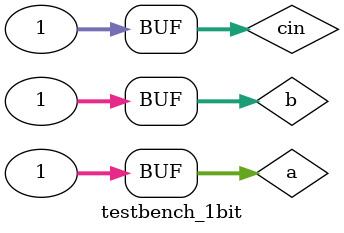
<source format=v>
`timescale 1ns / 1ps


module testbench_1bit;


integer a;
integer b;
integer cin;
wire sum;
wire cout;

full_Add_1bit uut(.a(a),.b(b),.cin(cin),.sum(sum),.cout(cout));

initial begin
test2();
end

task test1();
begin
    a=1'b1;
    b=1'b0;
    cin=1'b0;
end
endtask
task test2();
begin
    a=1'b1;
    b=1'b1;
    cin=1'b1;
end
endtask
task test3();
begin
    a=1'b0;
    b=1'b1;
end
endtask
endmodule

</source>
